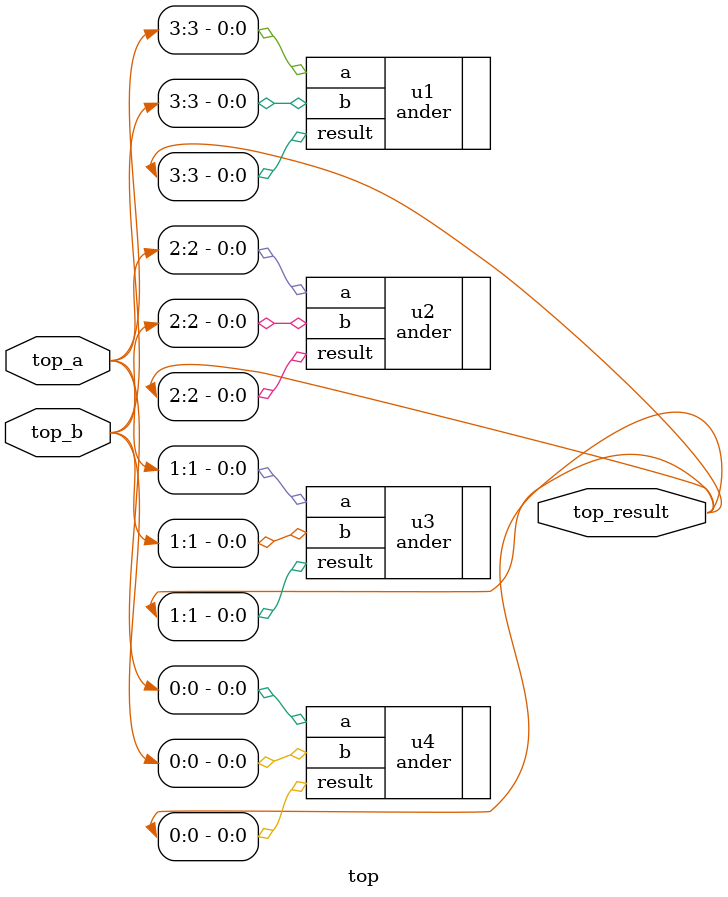
<source format=v>
`timescale 1 ns / 1 ps

module top (top_a, top_b, top_result);

    input [3:0] top_a, top_b;
    output [3:0] top_result;

    ander u1(
        .a     (top_a[3]     ),
        .b     (top_b[3]     ), 
        .result(top_result[3])
    );

    ander u2(
        .a     (top_a[2]     ),
        .b     (top_b[2]     ),
        .result(top_result[2])
    );

    ander u3(
        .a     (top_a[1]     ),
        .b     (top_b[1]     ),
        .result(top_result[1])
    );

    ander u4(
        .a     (top_a[0]     ),
        .b     (top_b[0]     ),
        .result(top_result[0])
    );

endmodule

</source>
